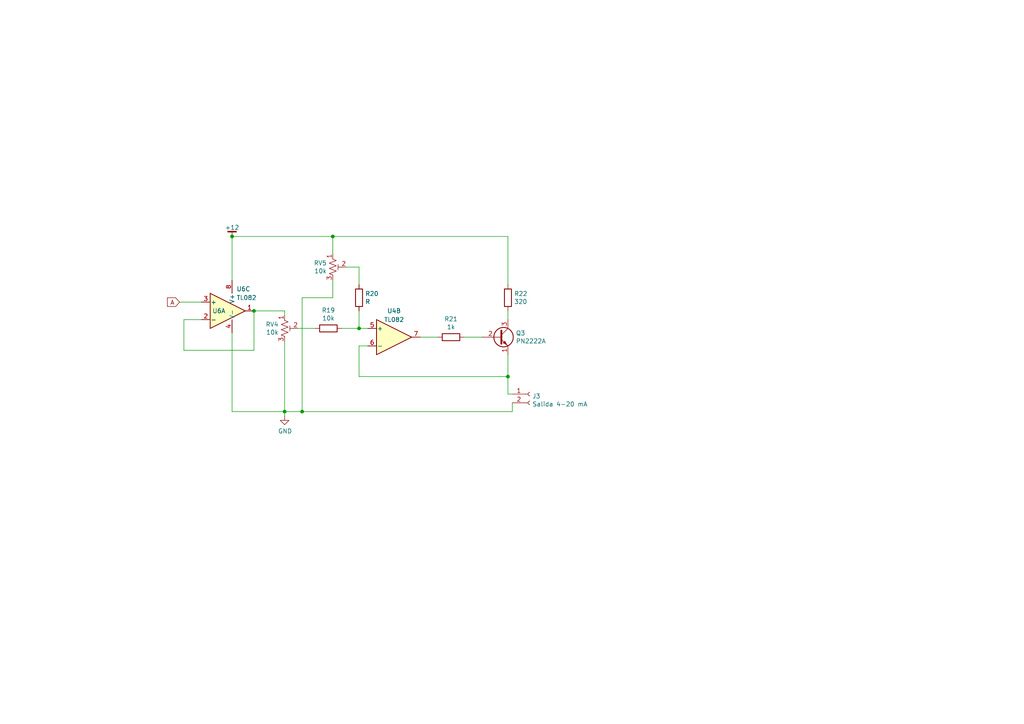
<source format=kicad_sch>
(kicad_sch (version 20210621) (generator eeschema)
  (paper "A4")
  (lib_symbols
    (symbol "Amplifier_Operational:TL082" (pin_names (offset 0.127))
      (property "Reference" "U" (at 0 5.08 0))
      (property "Value" "Amplifier_Operational_TL082" (at 0 -5.08 0))
      (symbol "TL082_1_1"
        (polyline (pts (xy -5.08 5.08) (xy 5.08 0) (xy -5.08 -5.08) (xy -5.08 5.08)) (stroke (width 0.254)) (fill (type background)))
        (pin output line (at 7.62 0 180) (length 2.54) (name "~") (number "1"))
        (pin input line (at -7.62 -2.54 0) (length 2.54) (name "-") (number "2"))
        (pin input line (at -7.62 2.54 0) (length 2.54) (name "+") (number "3"))
      )
      (symbol "TL082_2_1"
        (polyline (pts (xy -5.08 5.08) (xy 5.08 0) (xy -5.08 -5.08) (xy -5.08 5.08)) (stroke (width 0.254)) (fill (type background)))
        (pin input line (at -7.62 2.54 0) (length 2.54) (name "+") (number "5"))
        (pin input line (at -7.62 -2.54 0) (length 2.54) (name "-") (number "6"))
        (pin output line (at 7.62 0 180) (length 2.54) (name "~") (number "7"))
      )
      (symbol "TL082_3_1"
        (pin power_in line (at -2.54 -7.62 90) (length 3.81) (name "V-") (number "4"))
        (pin power_in line (at -2.54 7.62 270) (length 3.81) (name "V+") (number "8"))
      )
    )
    (symbol "Connector:Conn_01x02_Female" (pin_names (offset 1.016) hide)
      (property "Reference" "J" (at 0 2.54 0))
      (property "Value" "Connector_Conn_01x02_Female" (at 0 -5.08 0))
      (symbol "Conn_01x02_Female_1_1"
        (arc (start 0 -2.032) (mid -0.508 -2.54) (end 0 -3.048) (stroke (width 0.1524)))
        (polyline (pts (xy -1.27 -2.54) (xy -0.508 -2.54)) (stroke (width 0.1524)))
        (polyline (pts (xy -1.27 0) (xy -0.508 0)) (stroke (width 0.1524)))
        (arc (start 0 0.508) (mid -0.508 0) (end 0 -0.508) (stroke (width 0.1524)))
        (pin passive line (at -5.08 0 0) (length 3.81) (name "Pin_1") (number "1"))
        (pin passive line (at -5.08 -2.54 0) (length 3.81) (name "Pin_2") (number "2"))
      )
    )
    (symbol "Device:R" (pin_numbers hide) (pin_names (offset 0))
      (property "Reference" "R" (at 2.032 0 90))
      (property "Value" "Device_R" (at 0 0 90))
      (symbol "R_0_1"
        (rectangle (start -1.016 -2.54) (end 1.016 2.54) (stroke (width 0.254)))
      )
      (symbol "R_1_1"
        (pin passive line (at 0 3.81 270) (length 1.27) (name "~") (number "1"))
        (pin passive line (at 0 -3.81 90) (length 1.27) (name "~") (number "2"))
      )
    )
    (symbol "Device:R_POT_TRIM_US" (pin_names (offset 1.016) hide)
      (property "Reference" "RV" (at -4.445 0 90))
      (property "Value" "Device_R_POT_TRIM_US" (at -2.54 0 90))
      (symbol "R_POT_TRIM_US_0_1"
        (polyline (pts (xy 0 -2.286) (xy 0 -2.54)))
        (polyline (pts (xy 0 2.286) (xy 0 2.54)))
        (polyline (pts (xy 1.524 0.762) (xy 1.524 -0.762)))
        (polyline (pts (xy 2.54 0) (xy 1.524 0)))
        (polyline (pts (xy 0 -0.762) (xy 1.016 -1.143) (xy 0 -1.524) (xy -1.016 -1.905) (xy 0 -2.286)))
        (polyline (pts (xy 0 0.762) (xy 1.016 0.381) (xy 0 0) (xy -1.016 -0.381) (xy 0 -0.762)))
        (polyline (pts (xy 0 2.286) (xy 1.016 1.905) (xy 0 1.524) (xy -1.016 1.143) (xy 0 0.762)))
      )
      (symbol "R_POT_TRIM_US_1_1"
        (pin passive line (at 0 3.81 270) (length 1.27) (name "1") (number "1"))
        (pin passive line (at 3.81 0 180) (length 1.27) (name "2") (number "2"))
        (pin passive line (at 0 -3.81 90) (length 1.27) (name "3") (number "3"))
      )
    )
    (symbol "Transistor_BJT:PN2222A" (pin_names (offset 0) hide)
      (property "Reference" "Q" (at 5.08 1.905 0))
      (property "Value" "Transistor_BJT_PN2222A" (at 5.08 0 0))
      (symbol "PN2222A_0_1"
        (polyline (pts (xy 0 0) (xy 0.635 0)))
        (polyline (pts (xy 2.54 -2.54) (xy 0.635 -0.635)))
        (polyline (pts (xy 2.54 2.54) (xy 0.635 0.635)))
        (polyline (pts (xy 0.635 1.905) (xy 0.635 -1.905) (xy 0.635 -1.905)) (stroke (width 0.508)))
        (polyline (pts (xy 2.413 -2.413) (xy 1.905 -1.905) (xy 1.905 -1.905)))
        (polyline (pts (xy 1.143 -1.651) (xy 1.651 -1.143) (xy 2.159 -2.159) (xy 1.143 -1.651) (xy 1.143 -1.651)) (fill (type outline)))
        (circle (center 1.27 0) (radius 2.8194) (stroke (width 0.254)))
      )
      (symbol "PN2222A_1_1"
        (pin passive line (at 2.54 -5.08 90) (length 2.54) (name "E") (number "1"))
        (pin input line (at -5.08 0 0) (length 5.08) (name "B") (number "2"))
        (pin passive line (at 2.54 5.08 270) (length 2.54) (name "C") (number "3"))
      )
    )
    (symbol "power1:+12" (power) (pin_names (offset 0))
      (property "Value" "+12" (at 0 2.54 0))
      (symbol "+12_0_1"
        (polyline (pts (xy 0 0.762) (xy 0 0)))
        (polyline (pts (xy 0 1.27) (xy 0 0.762)))
        (polyline (pts (xy -1.27 1.524) (xy 1.27 1.524) (xy 1.27 1.27) (xy -1.27 1.27) (xy -1.27 1.524)) (fill (type outline)))
      )
      (symbol "+12_1_1"
        (pin power_in line (at 0 0 90) (length 0) hide (name "+12") (number "1"))
      )
    )
    (symbol "power:GND" (power) (pin_names (offset 0))
      (property "Value" "power_GND" (at 0 -3.81 0))
      (symbol "GND_0_1"
        (polyline (pts (xy 0 0) (xy 0 -1.27) (xy 1.27 -1.27) (xy 0 -2.54) (xy -1.27 -1.27) (xy 0 -1.27)))
      )
      (symbol "GND_1_1"
        (pin power_in line (at 0 0 270) (length 0) hide (name "GND") (number "1"))
      )
    )
  )
  (junction (at 67.31 68.58))
  (junction (at 87.63 119.38))
  (junction (at 73.66 90.17))
  (junction (at 96.52 68.58))
  (junction (at 147.32 109.22))
  (junction (at 104.14 95.25))
  (junction (at 82.55 119.38))
  (wire (pts (xy 73.66 90.17) (xy 82.55 90.17)))
  (wire (pts (xy 91.44 95.25) (xy 86.36 95.25)))
  (wire (pts (xy 148.59 114.3) (xy 147.32 114.3)))
  (wire (pts (xy 104.14 95.25) (xy 106.68 95.25)))
  (wire (pts (xy 96.52 73.66) (xy 96.52 68.58)))
  (wire (pts (xy 96.52 81.28) (xy 96.52 86.36)))
  (wire (pts (xy 53.34 101.6) (xy 53.34 92.71)))
  (wire (pts (xy 73.66 90.17) (xy 73.66 101.6)))
  (wire (pts (xy 104.14 77.47) (xy 104.14 82.55)))
  (wire (pts (xy 147.32 68.58) (xy 147.32 82.55)))
  (wire (pts (xy 99.06 95.25) (xy 104.14 95.25)))
  (wire (pts (xy 127 97.79) (xy 121.92 97.79)))
  (wire (pts (xy 147.32 102.87) (xy 147.32 109.22)))
  (wire (pts (xy 52.07 87.63) (xy 58.42 87.63)))
  (wire (pts (xy 82.55 99.06) (xy 82.55 119.38)))
  (wire (pts (xy 87.63 86.36) (xy 87.63 119.38)))
  (wire (pts (xy 82.55 119.38) (xy 87.63 119.38)))
  (wire (pts (xy 67.31 81.28) (xy 67.31 68.58)))
  (wire (pts (xy 100.33 77.47) (xy 104.14 77.47)))
  (wire (pts (xy 87.63 119.38) (xy 148.59 119.38)))
  (wire (pts (xy 104.14 100.33) (xy 106.68 100.33)))
  (wire (pts (xy 147.32 114.3) (xy 147.32 109.22)))
  (wire (pts (xy 67.31 68.58) (xy 96.52 68.58)))
  (wire (pts (xy 96.52 68.58) (xy 147.32 68.58)))
  (wire (pts (xy 104.14 90.17) (xy 104.14 95.25)))
  (wire (pts (xy 53.34 92.71) (xy 58.42 92.71)))
  (wire (pts (xy 82.55 119.38) (xy 82.55 120.65)))
  (wire (pts (xy 67.31 119.38) (xy 82.55 119.38)))
  (wire (pts (xy 147.32 109.22) (xy 104.14 109.22)))
  (wire (pts (xy 82.55 90.17) (xy 82.55 91.44)))
  (wire (pts (xy 96.52 86.36) (xy 87.63 86.36)))
  (wire (pts (xy 148.59 116.84) (xy 148.59 119.38)))
  (wire (pts (xy 134.62 97.79) (xy 139.7 97.79)))
  (wire (pts (xy 67.31 96.52) (xy 67.31 119.38)))
  (wire (pts (xy 147.32 92.71) (xy 147.32 90.17)))
  (wire (pts (xy 104.14 109.22) (xy 104.14 100.33)))
  (wire (pts (xy 73.66 101.6) (xy 53.34 101.6)))
  (global_label "A" (shape input) (at 52.07 87.63 180) (property "Intersheet References" "${INTERSHEET_REFS}" (effects hide)))
  (symbol (lib_id "Device:R_POT_TRIM_US") (at 82.55 95.25 0) (unit 1)
    (property "Reference" "RV4" (at 80.8228 94.0816 0) (effects (justify right)))
    (property "Value" "10k" (at 80.8228 96.393 0) (effects (justify right)))
    (property "Footprint" "Potentiometer_SMD:Potentiometer_Vishay_TS53YL_Vertical" (effects hide))
    (property "Datasheet" "https://www.vishay.com/docs/51008/ts53.pdf" (effects hide))
  )
  (symbol (lib_id "Device:R_POT_TRIM_US") (at 96.52 77.47 0) (unit 1)
    (property "Reference" "RV5" (at 94.7928 76.3016 0) (effects (justify right)))
    (property "Value" "10k" (at 94.7928 78.613 0) (effects (justify right)))
    (property "Footprint" "Potentiometer_SMD:Potentiometer_Vishay_TS53YL_Vertical" (effects hide))
    (property "Datasheet" "https://www.vishay.com/docs/51008/ts53.pdf" (effects hide))
  )
  (symbol (lib_id "Device:R") (at 95.25 95.25 270) (unit 1)
    (property "Reference" "R19" (at 95.25 89.9922 90))
    (property "Value" "10k" (at 95.25 92.3036 90))
    (property "Footprint" "Resistor_SMD:R_0603_1608Metric_Pad0.98x0.95mm_HandSolder" (effects hide))
  )
  (symbol (lib_id "Device:R") (at 130.81 97.79 270) (unit 1)
    (property "Reference" "R21" (at 130.81 92.5322 90))
    (property "Value" "1k" (at 130.81 94.8436 90))
    (property "Footprint" "Resistor_SMD:R_0603_1608Metric_Pad0.98x0.95mm_HandSolder" (effects hide))
  )
  (symbol (lib_id "Device:R") (at 147.32 86.36 0) (unit 1)
    (property "Reference" "R22" (at 149.098 85.1916 0) (effects (justify left)))
    (property "Value" "320" (at 149.098 87.503 0) (effects (justify left)))
    (property "Footprint" "Resistor_SMD:R_0603_1608Metric_Pad0.98x0.95mm_HandSolder" (effects hide))
  )
  (symbol (lib_id "Device:R") (at 104.14 86.36 0) (unit 1)
    (property "Reference" "R20" (at 105.918 85.1916 0) (effects (justify left)))
    (property "Value" "R" (at 105.918 87.503 0) (effects (justify left)))
    (property "Footprint" "Resistor_SMD:R_0603_1608Metric_Pad0.98x0.95mm_HandSolder" (effects hide))
  )
  (symbol (lib_id "Amplifier_Operational:TL082") (at 66.04 90.17 0) (unit 1)
    (property "Reference" "U6" (at 63.5 90.17 0))
    (property "Value" "TL082" (effects hide))
    (property "Footprint" "Package_SO:SOIC-8-1EP_3.9x4.9mm_P1.27mm_EP2.29x3mm" (effects hide))
    (property "Datasheet" "http://www.ti.com/lit/ds/symlink/tl081.pdf" (effects hide))
  )
  (symbol (lib_id "Amplifier_Operational:TL082") (at 114.3 97.79 0) (unit 2)
    (property "Reference" "U4" (at 114.3 90.17 0))
    (property "Value" "TL082" (at 114.3 92.71 0))
    (property "Footprint" "Package_SO:SOIC-8-1EP_3.9x4.9mm_P1.27mm_EP2.29x3mm" (effects hide))
    (property "Datasheet" "http://www.ti.com/lit/ds/symlink/tl081.pdf" (effects hide))
  )
  (symbol (lib_id "Amplifier_Operational:TL082") (at 69.85 88.9 0) (unit 3)
    (property "Reference" "U6" (at 68.58 83.82 0) (effects (justify left)))
    (property "Value" "TL082" (at 68.58 86.36 0) (effects (justify left)))
    (property "Footprint" "Package_SO:SOIC-8-1EP_3.9x4.9mm_P1.27mm_EP2.29x3mm" (effects hide))
    (property "Datasheet" "http://www.ti.com/lit/ds/symlink/tl081.pdf" (effects hide))
  )
  (symbol (lib_id "Transistor_BJT:PN2222A") (at 144.78 97.79 0) (unit 1)
    (property "Reference" "Q3" (at 149.606 96.6216 0) (effects (justify left)))
    (property "Value" "PN2222A" (at 149.606 98.933 0) (effects (justify left)))
    (property "Footprint" "Package_TO_SOT_SMD:SOT-23" (effects hide))
    (property "Datasheet" "https://www.onsemi.com/pub/Collateral/PN2222-D.PDF" (effects hide))
  )
  (symbol (lib_id "power:GND") (at 82.55 120.65 0) (unit 1)
    (property "Reference" "#PWR0123" (effects hide))
    (property "Value" "GND" (at 82.677 125.0442 0))
  )
  (symbol (lib_id "Connector:Conn_01x02_Female") (at 153.67 114.3 0) (unit 1)
    (property "Reference" "J3" (at 154.3812 114.9096 0) (effects (justify left)))
    (property "Value" "Salida 4-20 mA" (at 154.3812 117.221 0) (effects (justify left)))
  )
  (symbol (lib_id "power1:+12") (at 67.31 68.58 0) (unit 1)
    (property "Reference" "#PWR?" (effects hide))
    (property "Value" "+12" (at 67.31 65.9915 0))
  )
)
</source>
